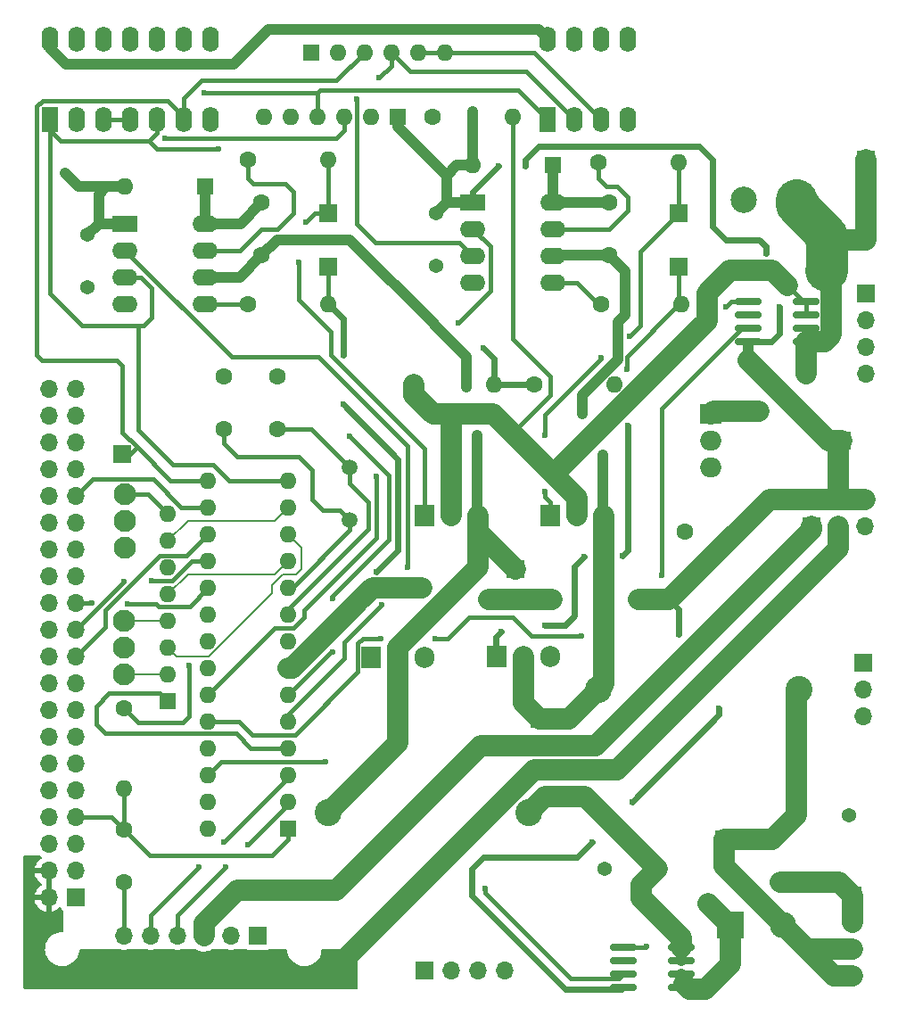
<source format=gtl>
G04 #@! TF.GenerationSoftware,KiCad,Pcbnew,7.0.1*
G04 #@! TF.CreationDate,2023-11-10T14:13:51-08:00*
G04 #@! TF.ProjectId,AtInverter_v1,4174496e-7665-4727-9465-725f76312e6b,v1*
G04 #@! TF.SameCoordinates,Original*
G04 #@! TF.FileFunction,Copper,L1,Top*
G04 #@! TF.FilePolarity,Positive*
%FSLAX46Y46*%
G04 Gerber Fmt 4.6, Leading zero omitted, Abs format (unit mm)*
G04 Created by KiCad (PCBNEW 7.0.1) date 2023-11-10 14:13:51*
%MOMM*%
%LPD*%
G01*
G04 APERTURE LIST*
G04 Aperture macros list*
%AMRoundRect*
0 Rectangle with rounded corners*
0 $1 Rounding radius*
0 $2 $3 $4 $5 $6 $7 $8 $9 X,Y pos of 4 corners*
0 Add a 4 corners polygon primitive as box body*
4,1,4,$2,$3,$4,$5,$6,$7,$8,$9,$2,$3,0*
0 Add four circle primitives for the rounded corners*
1,1,$1+$1,$2,$3*
1,1,$1+$1,$4,$5*
1,1,$1+$1,$6,$7*
1,1,$1+$1,$8,$9*
0 Add four rect primitives between the rounded corners*
20,1,$1+$1,$2,$3,$4,$5,0*
20,1,$1+$1,$4,$5,$6,$7,0*
20,1,$1+$1,$6,$7,$8,$9,0*
20,1,$1+$1,$8,$9,$2,$3,0*%
G04 Aperture macros list end*
G04 #@! TA.AperFunction,ComponentPad*
%ADD10C,1.371600*%
G04 #@! TD*
G04 #@! TA.AperFunction,ComponentPad*
%ADD11R,1.700000X1.700000*%
G04 #@! TD*
G04 #@! TA.AperFunction,ComponentPad*
%ADD12C,1.600000*%
G04 #@! TD*
G04 #@! TA.AperFunction,ComponentPad*
%ADD13O,1.600000X1.600000*%
G04 #@! TD*
G04 #@! TA.AperFunction,ComponentPad*
%ADD14C,2.565400*%
G04 #@! TD*
G04 #@! TA.AperFunction,ComponentPad*
%ADD15R,1.905000X2.000000*%
G04 #@! TD*
G04 #@! TA.AperFunction,ComponentPad*
%ADD16O,1.905000X2.000000*%
G04 #@! TD*
G04 #@! TA.AperFunction,ComponentPad*
%ADD17O,1.700000X1.700000*%
G04 #@! TD*
G04 #@! TA.AperFunction,ComponentPad*
%ADD18R,1.600000X1.600000*%
G04 #@! TD*
G04 #@! TA.AperFunction,SMDPad,CuDef*
%ADD19RoundRect,0.150000X1.100000X0.150000X-1.100000X0.150000X-1.100000X-0.150000X1.100000X-0.150000X0*%
G04 #@! TD*
G04 #@! TA.AperFunction,ComponentPad*
%ADD20C,2.100000*%
G04 #@! TD*
G04 #@! TA.AperFunction,ComponentPad*
%ADD21R,1.600000X2.400000*%
G04 #@! TD*
G04 #@! TA.AperFunction,ComponentPad*
%ADD22O,1.600000X2.400000*%
G04 #@! TD*
G04 #@! TA.AperFunction,ComponentPad*
%ADD23R,2.400000X1.600000*%
G04 #@! TD*
G04 #@! TA.AperFunction,ComponentPad*
%ADD24O,2.400000X1.600000*%
G04 #@! TD*
G04 #@! TA.AperFunction,ComponentPad*
%ADD25C,1.500000*%
G04 #@! TD*
G04 #@! TA.AperFunction,ComponentPad*
%ADD26R,2.500000X2.500000*%
G04 #@! TD*
G04 #@! TA.AperFunction,ComponentPad*
%ADD27C,2.500000*%
G04 #@! TD*
G04 #@! TA.AperFunction,ComponentPad*
%ADD28R,2.000000X1.905000*%
G04 #@! TD*
G04 #@! TA.AperFunction,ComponentPad*
%ADD29O,2.000000X1.905000*%
G04 #@! TD*
G04 #@! TA.AperFunction,ViaPad*
%ADD30C,0.600000*%
G04 #@! TD*
G04 #@! TA.AperFunction,Conductor*
%ADD31C,1.000000*%
G04 #@! TD*
G04 #@! TA.AperFunction,Conductor*
%ADD32C,2.000000*%
G04 #@! TD*
G04 #@! TA.AperFunction,Conductor*
%ADD33C,0.400000*%
G04 #@! TD*
G04 #@! TA.AperFunction,Conductor*
%ADD34C,0.600000*%
G04 #@! TD*
G04 #@! TA.AperFunction,Conductor*
%ADD35C,0.200000*%
G04 #@! TD*
G04 #@! TA.AperFunction,Conductor*
%ADD36C,4.000000*%
G04 #@! TD*
G04 APERTURE END LIST*
D10*
X70851000Y-63042000D03*
X70851000Y-68042000D03*
D11*
X117094000Y-116332000D03*
D12*
X74295000Y-107950000D03*
D13*
X74295000Y-115570000D03*
D14*
X138430000Y-106172000D03*
X119380000Y-106172000D03*
D15*
X114808000Y-89662000D03*
D16*
X117348000Y-89662000D03*
X119888000Y-89662000D03*
D13*
X127254000Y-69596000D03*
D12*
X119634000Y-69596000D03*
D11*
X131318000Y-120396000D03*
X144780000Y-68590000D03*
D17*
X144780000Y-71130000D03*
X144780000Y-73670000D03*
X144780000Y-76210000D03*
D18*
X115062000Y-56388000D03*
D13*
X107442000Y-56388000D03*
D19*
X139104000Y-73152000D03*
X139104000Y-71882000D03*
X139104000Y-70612000D03*
X139104000Y-69342000D03*
X133604000Y-69342000D03*
X133604000Y-70612000D03*
X133604000Y-71882000D03*
X133604000Y-73152000D03*
D11*
X127000000Y-66040000D03*
D10*
X103901000Y-61000000D03*
X103901000Y-66000000D03*
D18*
X89916000Y-119380000D03*
D13*
X89916000Y-116840000D03*
X89916000Y-114300000D03*
X89916000Y-111760000D03*
X89916000Y-109220000D03*
X89916000Y-106680000D03*
X89916000Y-104140000D03*
X89916000Y-101600000D03*
X89916000Y-99060000D03*
X89916000Y-96520000D03*
X89916000Y-93980000D03*
X89916000Y-91440000D03*
X89916000Y-88900000D03*
X89916000Y-86360000D03*
X82296000Y-86360000D03*
X82296000Y-88900000D03*
X82296000Y-91440000D03*
X82296000Y-93980000D03*
X82296000Y-96520000D03*
X82296000Y-99060000D03*
X82296000Y-101600000D03*
X82296000Y-104140000D03*
X82296000Y-106680000D03*
X82296000Y-109220000D03*
X82296000Y-111760000D03*
X82296000Y-114300000D03*
X82296000Y-116840000D03*
X82296000Y-119380000D03*
D12*
X74295000Y-124460000D03*
X74295000Y-119460000D03*
D18*
X78486000Y-107315000D03*
D13*
X78486000Y-104775000D03*
X78486000Y-102235000D03*
X78486000Y-99695000D03*
X78486000Y-97155000D03*
X78486000Y-94615000D03*
X78486000Y-92075000D03*
X78486000Y-89535000D03*
X120904000Y-77216000D03*
D12*
X113284000Y-77216000D03*
D20*
X74295000Y-104775000D03*
X74295000Y-102235000D03*
X74295000Y-99695000D03*
D15*
X109728000Y-103053000D03*
D16*
X112268000Y-103053000D03*
X114808000Y-103053000D03*
D21*
X67310000Y-52070000D03*
D22*
X69850000Y-52070000D03*
X72390000Y-52070000D03*
X74930000Y-52070000D03*
X77470000Y-52070000D03*
X80010000Y-52070000D03*
X82550000Y-52070000D03*
X82550000Y-44450000D03*
X80010000Y-44450000D03*
X77470000Y-44450000D03*
X74930000Y-44450000D03*
X72390000Y-44450000D03*
X69850000Y-44450000D03*
X67310000Y-44450000D03*
D20*
X74422000Y-92710000D03*
X74422000Y-90170000D03*
X74422000Y-87630000D03*
D15*
X97790000Y-103124000D03*
D16*
X100330000Y-103124000D03*
X102870000Y-103124000D03*
D11*
X93726000Y-66040000D03*
D12*
X86106000Y-69596000D03*
D13*
X93726000Y-69596000D03*
D12*
X83820000Y-81494000D03*
X83820000Y-76494000D03*
D11*
X139573000Y-90678000D03*
D17*
X139573000Y-88138000D03*
X142113000Y-90678000D03*
X142113000Y-88138000D03*
X144653000Y-90678000D03*
X144653000Y-88138000D03*
D21*
X114564000Y-52085000D03*
D22*
X117104000Y-52085000D03*
X119644000Y-52085000D03*
X122184000Y-52085000D03*
X122184000Y-44465000D03*
X119644000Y-44465000D03*
X117104000Y-44465000D03*
X114564000Y-44465000D03*
D13*
X127000000Y-56134000D03*
D12*
X119380000Y-56134000D03*
D23*
X107442000Y-59944000D03*
D24*
X107442000Y-62484000D03*
X107442000Y-65024000D03*
X107442000Y-67564000D03*
X115062000Y-67564000D03*
X115062000Y-65024000D03*
X115062000Y-62484000D03*
X115062000Y-59944000D03*
D12*
X103632000Y-51816000D03*
D13*
X111252000Y-51816000D03*
D25*
X95758000Y-90130000D03*
X95758000Y-85130000D03*
D13*
X104775000Y-45720000D03*
X102235000Y-45720000D03*
X99695000Y-45720000D03*
X97155000Y-45720000D03*
X94615000Y-45720000D03*
D18*
X92075000Y-45720000D03*
D11*
X113792000Y-108966000D03*
D12*
X132548000Y-91186000D03*
X127548000Y-91186000D03*
D11*
X142494000Y-82550000D03*
D18*
X82027000Y-58430000D03*
D13*
X74407000Y-58430000D03*
D10*
X124968000Y-123190000D03*
X119968000Y-123190000D03*
D14*
X112776000Y-117856000D03*
X93726000Y-117856000D03*
D10*
X138129000Y-118110000D03*
X143129000Y-118110000D03*
D19*
X127210000Y-134493000D03*
X127210000Y-133223000D03*
X127210000Y-131953000D03*
X127210000Y-130683000D03*
X121710000Y-130683000D03*
X121710000Y-131953000D03*
X121710000Y-133223000D03*
X121710000Y-134493000D03*
D23*
X74407000Y-61986000D03*
D24*
X74407000Y-64526000D03*
X74407000Y-67066000D03*
X74407000Y-69606000D03*
X82027000Y-69606000D03*
X82027000Y-67066000D03*
X82027000Y-64526000D03*
X82027000Y-61986000D03*
D12*
X86106000Y-55880000D03*
D13*
X93726000Y-55880000D03*
D26*
X138136000Y-59690000D03*
D27*
X133136000Y-59690000D03*
D11*
X144526000Y-103632000D03*
D17*
X144526000Y-106172000D03*
X144526000Y-108712000D03*
D12*
X87361000Y-59984000D03*
X87361000Y-64984000D03*
X120396000Y-59984000D03*
X120396000Y-64984000D03*
D11*
X111506000Y-94742000D03*
X86995000Y-129540000D03*
D17*
X84455000Y-129540000D03*
X81915000Y-129540000D03*
X79375000Y-129540000D03*
X76835000Y-129540000D03*
X74295000Y-129540000D03*
D11*
X143510000Y-125730000D03*
D17*
X143510000Y-128270000D03*
X143510000Y-130810000D03*
X143510000Y-133350000D03*
D11*
X93711000Y-60960000D03*
X102870000Y-132842000D03*
D17*
X105410000Y-132842000D03*
X107950000Y-132842000D03*
X110490000Y-132842000D03*
D11*
X144780000Y-55890000D03*
D17*
X144780000Y-58430000D03*
X144780000Y-60970000D03*
X144780000Y-63510000D03*
D15*
X102870000Y-89662000D03*
D16*
X105410000Y-89662000D03*
X107950000Y-89662000D03*
D28*
X130048000Y-80010000D03*
D29*
X130048000Y-82550000D03*
X130048000Y-85090000D03*
D26*
X131906000Y-128524000D03*
D27*
X136906000Y-128524000D03*
D18*
X100330000Y-51816000D03*
D13*
X97790000Y-51816000D03*
X95250000Y-51816000D03*
X92710000Y-51816000D03*
X90170000Y-51816000D03*
X87630000Y-51816000D03*
D11*
X127000000Y-60960000D03*
D12*
X88900000Y-76494000D03*
X88900000Y-81494000D03*
D11*
X74168000Y-83820000D03*
D13*
X109474000Y-77216000D03*
D12*
X101854000Y-77216000D03*
D11*
X69710000Y-125940000D03*
D17*
X67170000Y-125940000D03*
X69710000Y-123400000D03*
X67170000Y-123400000D03*
X69710000Y-120860000D03*
X67170000Y-120860000D03*
X69710000Y-118320000D03*
X67170000Y-118320000D03*
X69710000Y-115780000D03*
X67170000Y-115780000D03*
X69710000Y-113240000D03*
X67170000Y-113240000D03*
X69710000Y-110700000D03*
X67170000Y-110700000D03*
X69710000Y-108160000D03*
X67170000Y-108160000D03*
X69710000Y-105620000D03*
X67170000Y-105620000D03*
X69710000Y-103080000D03*
X67170000Y-103080000D03*
X69710000Y-100540000D03*
X67170000Y-100540000D03*
X69710000Y-98000000D03*
X67170000Y-98000000D03*
X69710000Y-95460000D03*
X67170000Y-95460000D03*
X69710000Y-92920000D03*
X67170000Y-92920000D03*
X69710000Y-90380000D03*
X67170000Y-90380000D03*
X69710000Y-87840000D03*
X67170000Y-87840000D03*
X69710000Y-85300000D03*
X67170000Y-85300000D03*
X69710000Y-82760000D03*
X67170000Y-82760000D03*
X69710000Y-80220000D03*
X67170000Y-80220000D03*
X69710000Y-77680000D03*
X67170000Y-77680000D03*
D30*
X129794000Y-126492000D03*
X136652000Y-124460000D03*
X131445000Y-69850000D03*
X123952000Y-130556000D03*
X109855000Y-56515000D03*
X127000000Y-100965000D03*
X107442000Y-51308000D03*
X112395000Y-56515000D03*
X135255000Y-64770000D03*
X118745000Y-120650000D03*
X122555000Y-116840000D03*
X136525000Y-69850000D03*
X68707000Y-57150000D03*
X114935000Y-97663000D03*
X102616000Y-96520000D03*
X80518000Y-103886000D03*
X108966000Y-97663000D03*
X130810000Y-107950000D03*
X123190000Y-97663000D03*
X83947000Y-123063000D03*
X86106000Y-120904000D03*
X81407000Y-123063000D03*
X83820000Y-120650000D03*
X107823000Y-82042000D03*
X106807000Y-77470000D03*
X117856000Y-80010000D03*
X119761000Y-83947000D03*
X101219000Y-94615000D03*
X98806000Y-98171000D03*
X76962000Y-95885000D03*
X74330000Y-95920000D03*
X74676000Y-98044000D03*
X71247000Y-98000000D03*
X106045000Y-71374000D03*
X94107000Y-97536000D03*
X94107000Y-102616000D03*
X95758000Y-82169000D03*
X139065000Y-76200000D03*
X134620000Y-79756000D03*
X93472000Y-113030000D03*
X108585000Y-125095000D03*
X103886000Y-101346000D03*
X117729000Y-101092000D03*
X125349000Y-95377000D03*
X98679000Y-101346000D03*
X98298000Y-85979000D03*
X108458000Y-73787000D03*
X96393000Y-50165000D03*
X83312000Y-54864000D03*
X81915000Y-49530000D03*
X98552000Y-48133000D03*
X78232000Y-53848000D03*
X91567000Y-61849000D03*
X90932000Y-65659000D03*
X122301000Y-72644000D03*
X114300000Y-82042000D03*
X119570500Y-74676000D03*
X114300000Y-87376000D03*
X95123000Y-74422000D03*
X98298000Y-94996000D03*
X95123000Y-79121000D03*
X122174000Y-81153000D03*
X121666000Y-93472000D03*
X114300000Y-100076000D03*
X117983000Y-93599000D03*
X122047000Y-75819000D03*
X110109000Y-100711000D03*
D31*
X127508000Y-133521000D02*
X127210000Y-133223000D01*
X127508000Y-134112000D02*
X127508000Y-133521000D01*
D32*
X127508000Y-134112000D02*
X128016000Y-134620000D01*
X131906000Y-132254000D02*
X131906000Y-128524000D01*
X128016000Y-134620000D02*
X129540000Y-134620000D01*
X129540000Y-134620000D02*
X131906000Y-132254000D01*
D33*
X114300000Y-80073500D02*
X114300000Y-82042000D01*
X119570500Y-74803000D02*
X114300000Y-80073500D01*
X119570500Y-74676000D02*
X119570500Y-74803000D01*
D34*
X113284000Y-77216000D02*
X109474000Y-77216000D01*
D32*
X101854000Y-78206600D02*
X101854000Y-77216000D01*
X103657400Y-80010000D02*
X101854000Y-78206600D01*
X105918000Y-80010000D02*
X103657400Y-80010000D01*
D31*
X113660000Y-43561000D02*
X114564000Y-44465000D01*
X68834000Y-46863000D02*
X84709000Y-46863000D01*
X67310000Y-45339000D02*
X68834000Y-46863000D01*
X84709000Y-46863000D02*
X88011000Y-43561000D01*
X67310000Y-44450000D02*
X67310000Y-45339000D01*
X88011000Y-43561000D02*
X113660000Y-43561000D01*
D32*
X144780000Y-63510000D02*
X141488000Y-63510000D01*
X141488000Y-63510000D02*
X141033500Y-63055500D01*
X131826000Y-128524000D02*
X129794000Y-126492000D01*
X131906000Y-128524000D02*
X131826000Y-128524000D01*
X143510000Y-128270000D02*
X143510000Y-125730000D01*
X136652000Y-124460000D02*
X142240000Y-124460000D01*
X142240000Y-124460000D02*
X143510000Y-125730000D01*
X127210000Y-129750000D02*
X123444000Y-125984000D01*
X117094000Y-116332000D02*
X118110000Y-116332000D01*
D31*
X127210000Y-130683000D02*
X127210000Y-131953000D01*
D32*
X117094000Y-116332000D02*
X114300000Y-116332000D01*
X127210000Y-130683000D02*
X127210000Y-129750000D01*
X118110000Y-116332000D02*
X124968000Y-123190000D01*
X123444000Y-125984000D02*
X123444000Y-124714000D01*
X114300000Y-116332000D02*
X112776000Y-117856000D01*
X123444000Y-124714000D02*
X124968000Y-123190000D01*
X138129000Y-106473000D02*
X138430000Y-106172000D01*
X141732000Y-133350000D02*
X143510000Y-133350000D01*
X131318000Y-122936000D02*
X136906000Y-128524000D01*
X139192000Y-130810000D02*
X141732000Y-133350000D01*
X131318000Y-120396000D02*
X131318000Y-122936000D01*
X131318000Y-120396000D02*
X135843000Y-120396000D01*
X138129000Y-118110000D02*
X138129000Y-106473000D01*
X135843000Y-120396000D02*
X138129000Y-118110000D01*
X136906000Y-128524000D02*
X139192000Y-130810000D01*
X139192000Y-130810000D02*
X143510000Y-130810000D01*
D33*
X74295000Y-124460000D02*
X74295000Y-129540000D01*
X121710000Y-130683000D02*
X123825000Y-130683000D01*
X131953000Y-69342000D02*
X131445000Y-69850000D01*
X123825000Y-130683000D02*
X123952000Y-130556000D01*
X133604000Y-69342000D02*
X131953000Y-69342000D01*
D31*
X69987000Y-58430000D02*
X68707000Y-57150000D01*
X100330000Y-51816000D02*
X100330000Y-52777000D01*
D32*
X132548000Y-91186000D02*
X126071000Y-97663000D01*
D31*
X104929500Y-59971500D02*
X103901000Y-61000000D01*
X104929500Y-59971500D02*
X104929500Y-57376500D01*
D32*
X142113000Y-88138000D02*
X142113000Y-82931000D01*
D31*
X107442000Y-59944000D02*
X104957000Y-59944000D01*
D34*
X107442000Y-59944000D02*
X107442000Y-58928000D01*
D31*
X71907000Y-61986000D02*
X70851000Y-63042000D01*
X72644000Y-58430000D02*
X74407000Y-58430000D01*
D34*
X131445000Y-63500000D02*
X134620000Y-63500000D01*
X136525000Y-69850000D02*
X136525000Y-72390000D01*
X113665000Y-54610000D02*
X128905000Y-54610000D01*
D31*
X104929500Y-57376500D02*
X105918000Y-56388000D01*
D34*
X127000000Y-98592000D02*
X126071000Y-97663000D01*
D33*
X75692000Y-109347000D02*
X74295000Y-107950000D01*
D34*
X121583000Y-134620000D02*
X116205000Y-134620000D01*
X134620000Y-63500000D02*
X135255000Y-64135000D01*
X127000000Y-100965000D02*
X127000000Y-98592000D01*
X128905000Y-54610000D02*
X130175000Y-55880000D01*
D33*
X80518000Y-103886000D02*
X80518000Y-108712000D01*
D34*
X136525000Y-72390000D02*
X135763000Y-73152000D01*
D32*
X142113000Y-82931000D02*
X142494000Y-82550000D01*
D34*
X121710000Y-134493000D02*
X121583000Y-134620000D01*
X122555000Y-116840000D02*
X130810000Y-108585000D01*
D33*
X79883000Y-109347000D02*
X75692000Y-109347000D01*
D34*
X130175000Y-62230000D02*
X131445000Y-63500000D01*
X116205000Y-134620000D02*
X107315000Y-125730000D01*
D31*
X133604000Y-74930000D02*
X133604000Y-73533000D01*
D32*
X141224000Y-82550000D02*
X133604000Y-74930000D01*
X96774000Y-97663000D02*
X90297000Y-104140000D01*
D34*
X107315000Y-125730000D02*
X107315000Y-123190000D01*
X135255000Y-64135000D02*
X135255000Y-64770000D01*
X107315000Y-123190000D02*
X108427800Y-122077200D01*
X108427800Y-122077200D02*
X117317800Y-122077200D01*
D32*
X123190000Y-97663000D02*
X126071000Y-97663000D01*
D31*
X71907000Y-61986000D02*
X71907000Y-59167000D01*
D34*
X130175000Y-55880000D02*
X130175000Y-56515000D01*
D33*
X80518000Y-108712000D02*
X79883000Y-109347000D01*
D31*
X100330000Y-52777000D02*
X104929500Y-57376500D01*
D32*
X90297000Y-104140000D02*
X89916000Y-104140000D01*
X142113000Y-88138000D02*
X139573000Y-88138000D01*
X132548000Y-91186000D02*
X135596000Y-88138000D01*
X108966000Y-97663000D02*
X114935000Y-97663000D01*
D34*
X130175000Y-56515000D02*
X130175000Y-62230000D01*
X112395000Y-56515000D02*
X112395000Y-55880000D01*
D31*
X104957000Y-59944000D02*
X104929500Y-59971500D01*
X72644000Y-58430000D02*
X69987000Y-58430000D01*
X105918000Y-56388000D02*
X107442000Y-56388000D01*
D32*
X142113000Y-88138000D02*
X144653000Y-88138000D01*
D31*
X71907000Y-59167000D02*
X72644000Y-58430000D01*
D34*
X130810000Y-108585000D02*
X130810000Y-107950000D01*
D32*
X135596000Y-88138000D02*
X139573000Y-88138000D01*
D34*
X112395000Y-55880000D02*
X113665000Y-54610000D01*
D31*
X107442000Y-56388000D02*
X107442000Y-51308000D01*
D32*
X96774000Y-97663000D02*
X97917000Y-96520000D01*
D34*
X117317800Y-122077200D02*
X118745000Y-120650000D01*
D31*
X74407000Y-61986000D02*
X71907000Y-61986000D01*
D32*
X142494000Y-82550000D02*
X141224000Y-82550000D01*
D34*
X107442000Y-58928000D02*
X109855000Y-56515000D01*
D32*
X97917000Y-96520000D02*
X102616000Y-96520000D01*
D34*
X135763000Y-73152000D02*
X133604000Y-73152000D01*
D31*
X82027000Y-61986000D02*
X85359000Y-61986000D01*
X82027000Y-58430000D02*
X82027000Y-61986000D01*
X85359000Y-61986000D02*
X87361000Y-59984000D01*
D32*
X139573000Y-91059000D02*
X119126000Y-111506000D01*
X94488000Y-125222000D02*
X85030919Y-125222000D01*
X139573000Y-90678000D02*
X139573000Y-91059000D01*
X85030919Y-125222000D02*
X81915000Y-128337919D01*
X81915000Y-128337919D02*
X81915000Y-129540000D01*
X108204000Y-111506000D02*
X94488000Y-125222000D01*
X119126000Y-111506000D02*
X108204000Y-111506000D01*
D33*
X79375000Y-129540000D02*
X79375000Y-127635000D01*
X79375000Y-127635000D02*
X83947000Y-123063000D01*
X89916000Y-117094000D02*
X89916000Y-116840000D01*
X86106000Y-120904000D02*
X89916000Y-117094000D01*
X83820000Y-120650000D02*
X89916000Y-114554000D01*
X89916000Y-114554000D02*
X89916000Y-114300000D01*
X76835000Y-129540000D02*
X76835000Y-127635000D01*
X76835000Y-127635000D02*
X81407000Y-123063000D01*
D31*
X87361000Y-64984000D02*
X88845000Y-63500000D01*
D32*
X100330000Y-111252000D02*
X100330000Y-103124000D01*
D31*
X95758000Y-63500000D02*
X103759000Y-71501000D01*
X85279000Y-67066000D02*
X87361000Y-64984000D01*
X106807000Y-74589976D02*
X106807000Y-77470000D01*
D32*
X100330000Y-102203707D02*
X107950000Y-94583707D01*
D31*
X88845000Y-63500000D02*
X95758000Y-63500000D01*
X107823000Y-89535000D02*
X107950000Y-89662000D01*
D32*
X100330000Y-103124000D02*
X100330000Y-102203707D01*
X107950000Y-90130032D02*
X107950000Y-89662000D01*
X93726000Y-117856000D02*
X100330000Y-111252000D01*
D31*
X107823000Y-82042000D02*
X107823000Y-89535000D01*
D32*
X107950000Y-90130032D02*
X107950000Y-91186000D01*
D31*
X103759000Y-71541976D02*
X106807000Y-74589976D01*
X103759000Y-71501000D02*
X103759000Y-71541976D01*
X82027000Y-67066000D02*
X85279000Y-67066000D01*
D32*
X107950000Y-94583707D02*
X107950000Y-89662000D01*
X107950000Y-91186000D02*
X111506000Y-94742000D01*
D31*
X115062000Y-59944000D02*
X120356000Y-59944000D01*
X115062000Y-56388000D02*
X115062000Y-59944000D01*
X120356000Y-59944000D02*
X120396000Y-59984000D01*
D32*
X119888000Y-94996000D02*
X119888000Y-103505000D01*
D31*
X121204000Y-74884000D02*
X117856000Y-78232000D01*
D32*
X112268000Y-103053000D02*
X112268000Y-107442000D01*
X116586000Y-108966000D02*
X119380000Y-106172000D01*
X119888000Y-105664000D02*
X119380000Y-106172000D01*
D31*
X121920000Y-70612000D02*
X121204000Y-71328000D01*
D32*
X119888000Y-103505000D02*
X119888000Y-105664000D01*
D31*
X121920000Y-66508000D02*
X121920000Y-70612000D01*
X121204000Y-71328000D02*
X121204000Y-74884000D01*
D32*
X113792000Y-108966000D02*
X116586000Y-108966000D01*
D31*
X120396000Y-64984000D02*
X121920000Y-66508000D01*
D32*
X112268000Y-107442000D02*
X113792000Y-108966000D01*
D31*
X120396000Y-64984000D02*
X115102000Y-64984000D01*
X117856000Y-78232000D02*
X117856000Y-80010000D01*
X119761000Y-89535000D02*
X119888000Y-89662000D01*
D32*
X119888000Y-89662000D02*
X119888000Y-94996000D01*
D31*
X119761000Y-83947000D02*
X119761000Y-89535000D01*
X115102000Y-64984000D02*
X115062000Y-65024000D01*
D33*
X97536000Y-90932000D02*
X89916000Y-98552000D01*
X95758000Y-85130000D02*
X92122000Y-81494000D01*
X89916000Y-98552000D02*
X89916000Y-99060000D01*
X95758000Y-85130000D02*
X95758000Y-86614000D01*
X92122000Y-81494000D02*
X88900000Y-81494000D01*
X95758000Y-86614000D02*
X97536000Y-88392000D01*
X97536000Y-88392000D02*
X97536000Y-90932000D01*
X76755000Y-121920000D02*
X88392000Y-121920000D01*
X69710000Y-118320000D02*
X73155000Y-118320000D01*
X74295000Y-115570000D02*
X74295000Y-119460000D01*
X74295000Y-119460000D02*
X76755000Y-121920000D01*
X73155000Y-118320000D02*
X74295000Y-119460000D01*
X89916000Y-120396000D02*
X89916000Y-119380000D01*
X88392000Y-121920000D02*
X89916000Y-120396000D01*
X85090000Y-84074000D02*
X83820000Y-82804000D01*
X90297000Y-96520000D02*
X89916000Y-96520000D01*
X83820000Y-82804000D02*
X83820000Y-81494000D01*
X95758000Y-90130000D02*
X95758000Y-91059000D01*
X93218000Y-89154000D02*
X92202000Y-88138000D01*
X90932000Y-84074000D02*
X85090000Y-84074000D01*
X92202000Y-88138000D02*
X92202000Y-85344000D01*
X95758000Y-91059000D02*
X90297000Y-96520000D01*
X92202000Y-85344000D02*
X90932000Y-84074000D01*
X94782000Y-89154000D02*
X93218000Y-89154000D01*
X95758000Y-90130000D02*
X94782000Y-89154000D01*
X101219000Y-94615000D02*
X101219000Y-83058000D01*
X92796000Y-74635000D02*
X84516000Y-74635000D01*
X95250000Y-101727000D02*
X95250000Y-103251000D01*
X98806000Y-98171000D02*
X95250000Y-101727000D01*
X95250000Y-103251000D02*
X89916000Y-108585000D01*
X101219000Y-83058000D02*
X92796000Y-74635000D01*
X89916000Y-108585000D02*
X89916000Y-109220000D01*
X84516000Y-74635000D02*
X74407000Y-64526000D01*
X71649000Y-109495000D02*
X72517000Y-110363000D01*
X72898000Y-106553000D02*
X71649000Y-107802000D01*
X77724000Y-106553000D02*
X72898000Y-106553000D01*
X72517000Y-110363000D02*
X84963000Y-110363000D01*
X86360000Y-111760000D02*
X89916000Y-111760000D01*
X78486000Y-107315000D02*
X77724000Y-106553000D01*
X71649000Y-107802000D02*
X71649000Y-109495000D01*
X84963000Y-110363000D02*
X86360000Y-111760000D01*
D35*
X90678000Y-95250000D02*
X91186000Y-94742000D01*
X82385001Y-103034999D02*
X88392000Y-97028000D01*
X91186000Y-94742000D02*
X91186000Y-92710000D01*
X79285999Y-103034999D02*
X82385001Y-103034999D01*
X91186000Y-92710000D02*
X89916000Y-91440000D01*
X78486000Y-102235000D02*
X79285999Y-103034999D01*
X88392000Y-96266000D02*
X89408000Y-95250000D01*
X88392000Y-97028000D02*
X88392000Y-96266000D01*
X89408000Y-95250000D02*
X90678000Y-95250000D01*
D33*
X82027000Y-69606000D02*
X86096000Y-69606000D01*
X86096000Y-69606000D02*
X86106000Y-69596000D01*
X66580000Y-50292000D02*
X78486000Y-50292000D01*
X80010000Y-52070000D02*
X80010000Y-50038000D01*
X74168000Y-81788000D02*
X74168000Y-75438000D01*
X73660000Y-74930000D02*
X66548000Y-74930000D01*
X66548000Y-74930000D02*
X66040000Y-74422000D01*
X75565000Y-83185000D02*
X74930000Y-83820000D01*
X66040000Y-74422000D02*
X66040000Y-50832000D01*
X74168000Y-75438000D02*
X73660000Y-74930000D01*
X80010000Y-51816000D02*
X80010000Y-52070000D01*
X75565000Y-83185000D02*
X78740000Y-86360000D01*
X81661000Y-48387000D02*
X94488000Y-48387000D01*
X75565000Y-83185000D02*
X74168000Y-81788000D01*
X66040000Y-50832000D02*
X66580000Y-50292000D01*
X74930000Y-83820000D02*
X74168000Y-83820000D01*
X94488000Y-48387000D02*
X97155000Y-45720000D01*
X78486000Y-50292000D02*
X80010000Y-51816000D01*
X80010000Y-50038000D02*
X81661000Y-48387000D01*
X78740000Y-86360000D02*
X82296000Y-86360000D01*
D35*
X88646000Y-95250000D02*
X89916000Y-93980000D01*
X80391000Y-95250000D02*
X88646000Y-95250000D01*
X78486000Y-97155000D02*
X80391000Y-95250000D01*
D33*
X86614000Y-58166000D02*
X86106000Y-57658000D01*
X90424000Y-60960000D02*
X90424000Y-58928000D01*
X85334000Y-64526000D02*
X87376000Y-62484000D01*
X82027000Y-64526000D02*
X85334000Y-64526000D01*
X88900000Y-62484000D02*
X90424000Y-60960000D01*
X86106000Y-57658000D02*
X86106000Y-55880000D01*
X89662000Y-58166000D02*
X86614000Y-58166000D01*
X90424000Y-58928000D02*
X89662000Y-58166000D01*
X87376000Y-62484000D02*
X88900000Y-62484000D01*
X82296000Y-91440000D02*
X80248000Y-93488000D01*
X80248000Y-93488000D02*
X77708000Y-93488000D01*
X72517000Y-98679000D02*
X72517000Y-100273000D01*
X77708000Y-93488000D02*
X72517000Y-98679000D01*
X72517000Y-100273000D02*
X69710000Y-103080000D01*
X78867000Y-95885000D02*
X80772000Y-93980000D01*
X76962000Y-95885000D02*
X78867000Y-95885000D01*
X74330000Y-95920000D02*
X69710000Y-100540000D01*
X80772000Y-93980000D02*
X82296000Y-93980000D01*
X74676000Y-98044000D02*
X77343000Y-98044000D01*
X71247000Y-98000000D02*
X69710000Y-98000000D01*
X77343000Y-98044000D02*
X77581000Y-98282000D01*
X77581000Y-98282000D02*
X80534000Y-98282000D01*
X80534000Y-98282000D02*
X82296000Y-96520000D01*
X93980000Y-102616000D02*
X94107000Y-102616000D01*
X89916000Y-106680000D02*
X93980000Y-102616000D01*
X99441000Y-85852000D02*
X99441000Y-91948000D01*
X99441000Y-91948000D02*
X94107000Y-97282000D01*
X109093000Y-64135000D02*
X107442000Y-62484000D01*
X109093000Y-68326000D02*
X109093000Y-64135000D01*
X94107000Y-97282000D02*
X94107000Y-97536000D01*
X109093000Y-68326000D02*
X106045000Y-71374000D01*
X95758000Y-82169000D02*
X99441000Y-85852000D01*
X117348000Y-67564000D02*
X119380000Y-69596000D01*
X115062000Y-67564000D02*
X117348000Y-67564000D01*
D32*
X141481000Y-66932000D02*
X140970000Y-66421000D01*
X141481000Y-72514000D02*
X141481000Y-66932000D01*
X130302000Y-79756000D02*
X130048000Y-80010000D01*
X139104000Y-73152000D02*
X139104000Y-76161000D01*
D36*
X141033500Y-63055500D02*
X141033500Y-66357500D01*
X141033500Y-66357500D02*
X140970000Y-66421000D01*
D32*
X134620000Y-79756000D02*
X130302000Y-79756000D01*
X140843000Y-73152000D02*
X141481000Y-72514000D01*
X144780000Y-58430000D02*
X144780000Y-60970000D01*
D36*
X138136000Y-60158000D02*
X141033500Y-63055500D01*
D32*
X139104000Y-73152000D02*
X140843000Y-73152000D01*
X139104000Y-76161000D02*
X139065000Y-76200000D01*
X144780000Y-60970000D02*
X144780000Y-63510000D01*
X144780000Y-55890000D02*
X144780000Y-58430000D01*
D36*
X138136000Y-59690000D02*
X138136000Y-60158000D01*
D33*
X108585000Y-125476000D02*
X116713000Y-133604000D01*
X108585000Y-125095000D02*
X108585000Y-125476000D01*
X93472000Y-113030000D02*
X83566000Y-113030000D01*
X121329000Y-133604000D02*
X121710000Y-133223000D01*
X116713000Y-133604000D02*
X121329000Y-133604000D01*
X83566000Y-113030000D02*
X82296000Y-114300000D01*
D32*
X142113000Y-90678000D02*
X142113000Y-92837000D01*
X113284000Y-113792000D02*
X94869000Y-132207000D01*
X142113000Y-92837000D02*
X121158000Y-113792000D01*
X121158000Y-113792000D02*
X113284000Y-113792000D01*
D33*
X139104000Y-69342000D02*
X139104000Y-70612000D01*
D32*
X105918000Y-80010000D02*
X105410000Y-80518000D01*
D33*
X111252000Y-72898000D02*
X114808000Y-76454000D01*
X138811000Y-69342000D02*
X137287000Y-67818000D01*
X139104000Y-69342000D02*
X138811000Y-69342000D01*
D32*
X129667000Y-71178190D02*
X129667000Y-68580000D01*
X114815750Y-85463250D02*
X111005750Y-81653250D01*
X114815750Y-85463250D02*
X115381940Y-85463250D01*
X131826000Y-66421000D02*
X135890000Y-66421000D01*
D33*
X111386750Y-81653250D02*
X111005750Y-81653250D01*
D32*
X117348000Y-89662000D02*
X117348000Y-87995500D01*
X117348000Y-87995500D02*
X114815750Y-85463250D01*
D33*
X114808000Y-78232000D02*
X111386750Y-81653250D01*
D32*
X105410000Y-80518000D02*
X105410000Y-89662000D01*
X135890000Y-66421000D02*
X137287000Y-67818000D01*
D33*
X114808000Y-76454000D02*
X114808000Y-78232000D01*
X111252000Y-51816000D02*
X111252000Y-72898000D01*
D32*
X109362500Y-80010000D02*
X105918000Y-80010000D01*
X115381940Y-85463250D02*
X129667000Y-71178190D01*
X111005750Y-81653250D02*
X109362500Y-80010000D01*
X129667000Y-68580000D02*
X131826000Y-66421000D01*
D33*
X86487000Y-110490000D02*
X85217000Y-109220000D01*
X85217000Y-109220000D02*
X82296000Y-109220000D01*
X96510500Y-101797000D02*
X96510500Y-104530500D01*
X113030000Y-101092000D02*
X117729000Y-101092000D01*
X96961500Y-101346000D02*
X96510500Y-101797000D01*
X111252000Y-99314000D02*
X113030000Y-101092000D01*
X105029000Y-101346000D02*
X107061000Y-99314000D01*
X98679000Y-101346000D02*
X96961500Y-101346000D01*
X125349000Y-95377000D02*
X125349000Y-79482420D01*
X132949420Y-71882000D02*
X133604000Y-71882000D01*
X125349000Y-79482420D02*
X132949420Y-71882000D01*
X96510500Y-104530500D02*
X90551000Y-110490000D01*
X103886000Y-101346000D02*
X105029000Y-101346000D01*
X90551000Y-110490000D02*
X86487000Y-110490000D01*
X107061000Y-99314000D02*
X111252000Y-99314000D01*
D35*
X74295000Y-104775000D02*
X78486000Y-104775000D01*
X74295000Y-99695000D02*
X78486000Y-99695000D01*
D33*
X76581000Y-87630000D02*
X78486000Y-89535000D01*
X74422000Y-87630000D02*
X76581000Y-87630000D01*
X88646000Y-100330000D02*
X82296000Y-106680000D01*
D34*
X109474000Y-74803000D02*
X109474000Y-77216000D01*
D33*
X90424000Y-100330000D02*
X88646000Y-100330000D01*
X98298000Y-85979000D02*
X98298000Y-91821000D01*
X91440000Y-98679000D02*
X91440000Y-99314000D01*
D34*
X108458000Y-73787000D02*
X109474000Y-74803000D01*
D33*
X91440000Y-99314000D02*
X90424000Y-100330000D01*
X98298000Y-91821000D02*
X91440000Y-98679000D01*
X77089000Y-86233000D02*
X79756000Y-88900000D01*
X71317000Y-86233000D02*
X77089000Y-86233000D01*
X69710000Y-87840000D02*
X71317000Y-86233000D01*
X79756000Y-88900000D02*
X82296000Y-88900000D01*
D35*
X78486000Y-92075000D02*
X80391000Y-90170000D01*
X80391000Y-90170000D02*
X88646000Y-90170000D01*
X88646000Y-90170000D02*
X89916000Y-88900000D01*
D33*
X89916000Y-86360000D02*
X84328000Y-86360000D01*
X67310000Y-68580000D02*
X67310000Y-52070000D01*
X75692000Y-81534000D02*
X75692000Y-71628000D01*
X68326000Y-54102000D02*
X76708000Y-54102000D01*
X76708000Y-54102000D02*
X77470000Y-53340000D01*
X76210000Y-71628000D02*
X75692000Y-71628000D01*
X76708000Y-54102000D02*
X77470000Y-54864000D01*
X96393000Y-50165000D02*
X96393000Y-61976000D01*
X82804000Y-84836000D02*
X78994000Y-84836000D01*
X78994000Y-84836000D02*
X75692000Y-81534000D01*
X106172000Y-63754000D02*
X107442000Y-65024000D01*
X77470000Y-54864000D02*
X83312000Y-54864000D01*
X76962000Y-70876000D02*
X76210000Y-71628000D01*
X84328000Y-86360000D02*
X82804000Y-84836000D01*
X68326000Y-54102000D02*
X67310000Y-53086000D01*
X96393000Y-61976000D02*
X98171000Y-63754000D01*
X98171000Y-63754000D02*
X106172000Y-63754000D01*
X77470000Y-53340000D02*
X77470000Y-52070000D01*
X75692000Y-71628000D02*
X70358000Y-71628000D01*
X74407000Y-67066000D02*
X75946000Y-67066000D01*
X76962000Y-68082000D02*
X76962000Y-70876000D01*
X70358000Y-71628000D02*
X67310000Y-68580000D01*
X67310000Y-53086000D02*
X67310000Y-52070000D01*
X75946000Y-67066000D02*
X76962000Y-68082000D01*
X92710000Y-49530000D02*
X81915000Y-49530000D01*
X92710000Y-49530000D02*
X92710000Y-51816000D01*
X114564000Y-52085000D02*
X111755000Y-49276000D01*
X92964000Y-49276000D02*
X92710000Y-49530000D01*
X111755000Y-49276000D02*
X92964000Y-49276000D01*
X99695000Y-46990000D02*
X98552000Y-48133000D01*
X99695000Y-45720000D02*
X99695000Y-46990000D01*
X101473000Y-47498000D02*
X99695000Y-45720000D01*
X112517000Y-47498000D02*
X101473000Y-47498000D01*
X117104000Y-52085000D02*
X112517000Y-47498000D01*
X113279000Y-45720000D02*
X119644000Y-52085000D01*
X104775000Y-45720000D02*
X102235000Y-45720000D01*
X104775000Y-45720000D02*
X113279000Y-45720000D01*
X94488000Y-53848000D02*
X78232000Y-53848000D01*
X95250000Y-51816000D02*
X95250000Y-53086000D01*
X72390000Y-52070000D02*
X74930000Y-52070000D01*
X95250000Y-53086000D02*
X94488000Y-53848000D01*
X90932000Y-69213060D02*
X93980000Y-72261060D01*
X93980000Y-72261060D02*
X93980000Y-74422000D01*
X93711000Y-60960000D02*
X92456000Y-60960000D01*
X93980000Y-74422000D02*
X102870000Y-83312000D01*
X93726000Y-55880000D02*
X93726000Y-60945000D01*
X92456000Y-60960000D02*
X91567000Y-61849000D01*
X102870000Y-83312000D02*
X102870000Y-89662000D01*
X93726000Y-60945000D02*
X93711000Y-60960000D01*
X90932000Y-65659000D02*
X90932000Y-69213060D01*
X114300000Y-87884000D02*
X114808000Y-88392000D01*
X114808000Y-88392000D02*
X114808000Y-89662000D01*
X122301000Y-72644000D02*
X123317000Y-71628000D01*
X127000000Y-56134000D02*
X127000000Y-60960000D01*
X123317000Y-71628000D02*
X123317000Y-64643000D01*
X114300000Y-87376000D02*
X114300000Y-87884000D01*
X123317000Y-64643000D02*
X127000000Y-60960000D01*
D34*
X95123000Y-70993000D02*
X93726000Y-69596000D01*
X95123000Y-74422000D02*
X95123000Y-70993000D01*
X100330000Y-84328000D02*
X95123000Y-79121000D01*
X98298000Y-94996000D02*
X100330000Y-92964000D01*
X100330000Y-92964000D02*
X100330000Y-84328000D01*
D33*
X93726000Y-69596000D02*
X93726000Y-66040000D01*
X127000000Y-69596000D02*
X127000000Y-66040000D01*
X122031000Y-74565000D02*
X122031000Y-75803000D01*
X122031000Y-75803000D02*
X122047000Y-75819000D01*
D34*
X109601000Y-102926000D02*
X109728000Y-103053000D01*
X114300000Y-100076000D02*
X116191083Y-100076000D01*
X109601000Y-101219000D02*
X109601000Y-102926000D01*
D33*
X122031000Y-74565000D02*
X127000000Y-69596000D01*
D34*
X122174000Y-92964000D02*
X121666000Y-93472000D01*
X116191083Y-100076000D02*
X117094000Y-99173083D01*
X122174000Y-81153000D02*
X122174000Y-92964000D01*
X110109000Y-100711000D02*
X109601000Y-101219000D01*
X117094000Y-99173083D02*
X117094000Y-94488000D01*
X117094000Y-94488000D02*
X117983000Y-93599000D01*
D33*
X121158000Y-58420000D02*
X120142000Y-58420000D01*
X122174000Y-60706000D02*
X122174000Y-59436000D01*
X115062000Y-62484000D02*
X120396000Y-62484000D01*
X120142000Y-58420000D02*
X119380000Y-57658000D01*
X122174000Y-59436000D02*
X121158000Y-58420000D01*
X120396000Y-62484000D02*
X122174000Y-60706000D01*
X119380000Y-57658000D02*
X119380000Y-56134000D01*
G04 #@! TA.AperFunction,Conductor*
G36*
X66317771Y-121926827D02*
G01*
X66354246Y-121946567D01*
X66424424Y-122001189D01*
X66458205Y-122019470D01*
X66506477Y-122065785D01*
X66524237Y-122130282D01*
X66506479Y-122194779D01*
X66458209Y-122241096D01*
X66424702Y-122259229D01*
X66247096Y-122397466D01*
X66094678Y-122563037D01*
X65971580Y-122751451D01*
X65881177Y-122957548D01*
X65833455Y-123145999D01*
X65833456Y-123146000D01*
X67298000Y-123146000D01*
X67361000Y-123162881D01*
X67407119Y-123209000D01*
X67424000Y-123272000D01*
X67424000Y-127274391D01*
X67504514Y-127260955D01*
X67717368Y-127187883D01*
X67915302Y-127080766D01*
X68092899Y-126942536D01*
X68154047Y-126876112D01*
X68207519Y-126841712D01*
X68270981Y-126837801D01*
X68328273Y-126865377D01*
X68364805Y-126917416D01*
X68409111Y-127036206D01*
X68496739Y-127153261D01*
X68529510Y-127177794D01*
X68566673Y-127222262D01*
X68580000Y-127278661D01*
X68580000Y-129058500D01*
X68563119Y-129121500D01*
X68517000Y-129167619D01*
X68454000Y-129184500D01*
X68376137Y-129184500D01*
X68325033Y-129188521D01*
X68184929Y-129199547D01*
X67936138Y-129259278D01*
X67699758Y-129357190D01*
X67481596Y-129490880D01*
X67287043Y-129657043D01*
X67120880Y-129851596D01*
X66987190Y-130069758D01*
X66889278Y-130306138D01*
X66829548Y-130554929D01*
X66817163Y-130712293D01*
X66809474Y-130810000D01*
X66829548Y-131065070D01*
X66889278Y-131313860D01*
X66987191Y-131550243D01*
X67120877Y-131768399D01*
X67120878Y-131768401D01*
X67120880Y-131768403D01*
X67287043Y-131962956D01*
X67481596Y-132129119D01*
X67481601Y-132129123D01*
X67699757Y-132262809D01*
X67936140Y-132360722D01*
X68106328Y-132401581D01*
X68184929Y-132420452D01*
X68216797Y-132422960D01*
X68376137Y-132435500D01*
X68503858Y-132435500D01*
X68503863Y-132435500D01*
X68695070Y-132420452D01*
X68943860Y-132360722D01*
X69180243Y-132262809D01*
X69398399Y-132129123D01*
X69592956Y-131962956D01*
X69759123Y-131768399D01*
X69892809Y-131550243D01*
X69990722Y-131313860D01*
X70050452Y-131065070D01*
X70061387Y-130926114D01*
X70081327Y-130867376D01*
X70126878Y-130825269D01*
X70187000Y-130810000D01*
X71120000Y-130810000D01*
X73789488Y-130810000D01*
X73830400Y-130816827D01*
X73960365Y-130861444D01*
X74182431Y-130898500D01*
X74407566Y-130898500D01*
X74407569Y-130898500D01*
X74629635Y-130861444D01*
X74759599Y-130816827D01*
X74800512Y-130810000D01*
X76329488Y-130810000D01*
X76370400Y-130816827D01*
X76500365Y-130861444D01*
X76722431Y-130898500D01*
X76947566Y-130898500D01*
X76947569Y-130898500D01*
X77169635Y-130861444D01*
X77299599Y-130816827D01*
X77340512Y-130810000D01*
X78869488Y-130810000D01*
X78910400Y-130816827D01*
X79040365Y-130861444D01*
X79262431Y-130898500D01*
X79487566Y-130898500D01*
X79487569Y-130898500D01*
X79709635Y-130861444D01*
X79839599Y-130816827D01*
X79880512Y-130810000D01*
X81063943Y-130810000D01*
X81126942Y-130826880D01*
X81266213Y-130907289D01*
X81493943Y-130993656D01*
X81732579Y-131042374D01*
X81975939Y-131052181D01*
X82217720Y-131022823D01*
X82451662Y-130955061D01*
X82671704Y-130850650D01*
X82698281Y-130832304D01*
X82732374Y-130815705D01*
X82769859Y-130810000D01*
X83949488Y-130810000D01*
X83990400Y-130816827D01*
X84120365Y-130861444D01*
X84342431Y-130898500D01*
X84567566Y-130898500D01*
X84567569Y-130898500D01*
X84789635Y-130861444D01*
X84919599Y-130816827D01*
X84960512Y-130810000D01*
X85815596Y-130810000D01*
X85855386Y-130816448D01*
X85891104Y-130835131D01*
X85898796Y-130840889D01*
X86035799Y-130891989D01*
X86096362Y-130898500D01*
X87893638Y-130898500D01*
X87954201Y-130891989D01*
X88091204Y-130840889D01*
X88098895Y-130835131D01*
X88134614Y-130816448D01*
X88174404Y-130810000D01*
X89693000Y-130810000D01*
X89753122Y-130825269D01*
X89798673Y-130867376D01*
X89818612Y-130926114D01*
X89829548Y-131065070D01*
X89889278Y-131313860D01*
X89987191Y-131550243D01*
X90120877Y-131768399D01*
X90120878Y-131768401D01*
X90120880Y-131768403D01*
X90287043Y-131962956D01*
X90481596Y-132129119D01*
X90481601Y-132129123D01*
X90699757Y-132262809D01*
X90936140Y-132360722D01*
X91106328Y-132401581D01*
X91184929Y-132420452D01*
X91216797Y-132422960D01*
X91376137Y-132435500D01*
X91503858Y-132435500D01*
X91503863Y-132435500D01*
X91695070Y-132420452D01*
X91943860Y-132360722D01*
X92180243Y-132262809D01*
X92398399Y-132129123D01*
X92592956Y-131962956D01*
X92759123Y-131768399D01*
X92892809Y-131550243D01*
X92990722Y-131313860D01*
X93050452Y-131065070D01*
X93061387Y-130926114D01*
X93081327Y-130867376D01*
X93126878Y-130825269D01*
X93187000Y-130810000D01*
X96394000Y-130810000D01*
X96457000Y-130826881D01*
X96503119Y-130873000D01*
X96520000Y-130936000D01*
X96520000Y-134494000D01*
X96503119Y-134557000D01*
X96457000Y-134603119D01*
X96394000Y-134620000D01*
X64896000Y-134620000D01*
X64833000Y-134603119D01*
X64786881Y-134557000D01*
X64770000Y-134494000D01*
X64770000Y-126194000D01*
X65833455Y-126194000D01*
X65881177Y-126382451D01*
X65971580Y-126588548D01*
X66094678Y-126776962D01*
X66247096Y-126942533D01*
X66424697Y-127080766D01*
X66622631Y-127187883D01*
X66835485Y-127260955D01*
X66916000Y-127274391D01*
X66916000Y-126194000D01*
X65833455Y-126194000D01*
X64770000Y-126194000D01*
X64770000Y-123654000D01*
X65833455Y-123654000D01*
X65881177Y-123842451D01*
X65971580Y-124048548D01*
X66094678Y-124236962D01*
X66247096Y-124402533D01*
X66424697Y-124540766D01*
X66458734Y-124559186D01*
X66507005Y-124605503D01*
X66524764Y-124670000D01*
X66507005Y-124734497D01*
X66458734Y-124780814D01*
X66424697Y-124799233D01*
X66247096Y-124937466D01*
X66094678Y-125103037D01*
X65971580Y-125291451D01*
X65881177Y-125497548D01*
X65833455Y-125685999D01*
X65833456Y-125686000D01*
X66916000Y-125686000D01*
X66916000Y-123654000D01*
X65833455Y-123654000D01*
X64770000Y-123654000D01*
X64770000Y-122046000D01*
X64786881Y-121983000D01*
X64833000Y-121936881D01*
X64896000Y-121920000D01*
X66276858Y-121920000D01*
X66317771Y-121926827D01*
G37*
G04 #@! TD.AperFunction*
M02*

</source>
